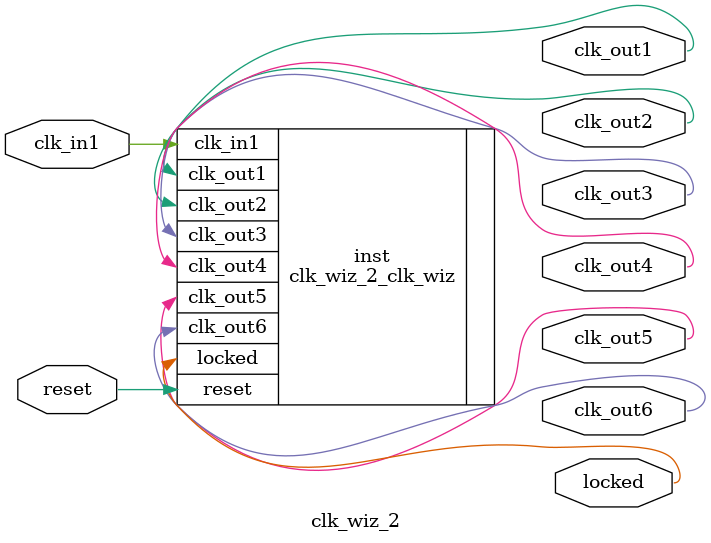
<source format=v>


`timescale 1ps/1ps

(* CORE_GENERATION_INFO = "clk_wiz_2,clk_wiz_v6_0_3_0_0,{component_name=clk_wiz_2,use_phase_alignment=true,use_min_o_jitter=false,use_max_i_jitter=false,use_dyn_phase_shift=false,use_inclk_switchover=false,use_dyn_reconfig=false,enable_axi=0,feedback_source=FDBK_AUTO,PRIMITIVE=PLL,num_out_clk=6,clkin1_period=10.000,clkin2_period=10.000,use_power_down=false,use_reset=true,use_locked=true,use_inclk_stopped=false,feedback_type=SINGLE,CLOCK_MGR_TYPE=NA,manual_override=false}" *)

module clk_wiz_2 
 (
  // Clock out ports
  output        clk_out1,
  output        clk_out2,
  output        clk_out3,
  output        clk_out4,
  output        clk_out5,
  output        clk_out6,
  // Status and control signals
  input         reset,
  output        locked,
 // Clock in ports
  input         clk_in1
 );

  clk_wiz_2_clk_wiz inst
  (
  // Clock out ports  
  .clk_out1(clk_out1),
  .clk_out2(clk_out2),
  .clk_out3(clk_out3),
  .clk_out4(clk_out4),
  .clk_out5(clk_out5),
  .clk_out6(clk_out6),
  // Status and control signals               
  .reset(reset), 
  .locked(locked),
 // Clock in ports
  .clk_in1(clk_in1)
  );

endmodule

</source>
